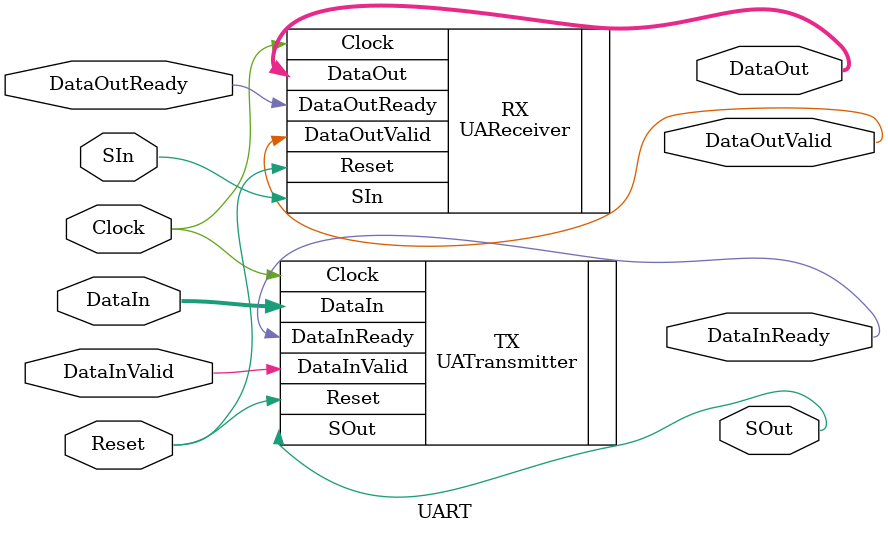
<source format=v>


//==============================================================================
//	Section:	Includes
//==============================================================================
`include "Const.v"
//==============================================================================

//------------------------------------------------------------------------------
//	Module:		UART
//	Desc:		Standard Universal Asynchronous RS232/16550 type transceiver.
//	Params:		ClockFreq: Frequency (in Hz) of the "Clock" being fed to this
//						module.
//				Baud:	Desired Baud rate.  This is the rate at which this
//						module will send bits, and should be at most 1/4th
//						of the clock rate (or so).
//				Width:	Word width (in bits) of the words (bytes) send over
//						the serial line.
//				Parity:	The type of parity bit to be appended to each word of
//						data.
//						0:	None
//						1:	Odd
//						2:	Even
//						3:	Mark
//						4:	Space
//				StopBits:The number of bit-periods to send the stop condition.
//						Generally 1 or 2, though larger numbers are possible.
//	Ex:			(27000000, 9600, 8, 0, 1) Standard 9600baud 8-N-1 serial port
//						settings used as the default by many devices, based
//						on a 27MHz clock.
//------------------------------------------------------------------------------
module	UART(Clock, Reset, DataIn, DataInValid, DataInReady, DataOut, DataOutValid, DataOutReady, SIn, SOut);
	//--------------------------------------------------------------------------
	//	Parameters
	//--------------------------------------------------------------------------
	parameter				ClockFreq =				27000000,
							Baud =					115200,
							Width =					8,
							Parity =				0,
							StopBits =				1;
	//--------------------------------------------------------------------------
	
	//--------------------------------------------------------------------------
	//	System Inputs
	//--------------------------------------------------------------------------
	input					Clock, Reset;	
	//--------------------------------------------------------------------------

	//--------------------------------------------------------------------------
	//	Parallel Data Input
	//--------------------------------------------------------------------------
	input	[Width-1:0]		DataIn;
	input					DataInValid;
	output					DataInReady;
	//--------------------------------------------------------------------------
	
	//--------------------------------------------------------------------------
	//	Parallel Data Output
	//--------------------------------------------------------------------------
	output	[Width-1:0]		DataOut;
	output					DataOutValid;
	input					DataOutReady;
	//--------------------------------------------------------------------------
	
	//--------------------------------------------------------------------------
	//	Serial Interface
	//--------------------------------------------------------------------------
	input					SIn;
	output					SOut;
	//--------------------------------------------------------------------------

	//--------------------------------------------------------------------------
	//	Transmitter
	//--------------------------------------------------------------------------
	UATransmitter	TX(			.Clock(				Clock),
								.Reset(				Reset),
								.DataIn(			DataIn),
								.DataInValid(		DataInValid),
								.DataInReady(		DataInReady),
								.SOut(				SOut));
	defparam		TX.ClockFreq =					ClockFreq;
	defparam		TX.Baud =						Baud;
	defparam		TX.Width =						Width;
	defparam		TX.Parity =						Parity;
	defparam		TX.StopBits =					StopBits;
	//--------------------------------------------------------------------------
	
	//--------------------------------------------------------------------------
	//	Receiver
	//--------------------------------------------------------------------------
	UAReceiver		RX(			.Clock(				Clock),
								.Reset(				Reset),
								.DataOut(			DataOut),
								.DataOutValid(		DataOutValid),
								.DataOutReady(		DataOutReady),
								.SIn(				SIn));
	defparam		RX.ClockFreq =					ClockFreq;
	defparam		RX.Baud =						Baud;
	defparam		RX.Width =						Width;
	defparam		RX.Parity =						Parity;
	defparam		RX.StopBits =					StopBits;
	//--------------------------------------------------------------------------
endmodule
//------------------------------------------------------------------------------
</source>
